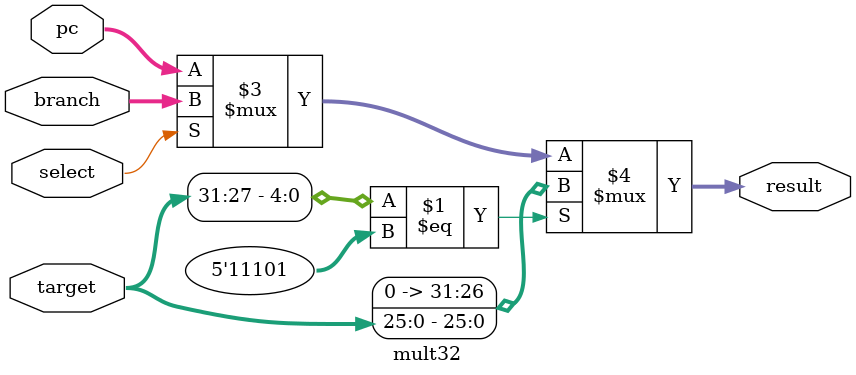
<source format=v>
`timescale 1ns / 1ps
module mult32(pc,branch,target,select,result);
	 input [31:0] pc;
    input [31:0] branch;
	 input [31:0] target;
	 input select;
    output [31:0] result;
	 //assign result=(select==1'b1)? branch:pc ;
	 assign result =(target[31:27]==5'b11101)?{4'b0,target[25:0]}:( (select==1'b1)? branch:pc );

endmodule

/*    input [31:0] pc;
    input [31:0] branch;
    input [31:0] target;
	 input select;
    output reg [31:0] result;
     
always@(select or pc or branch)
begin 
	
	if(select == 1'b1)begin
		result = branch;
		end
	else begin
		result = pc;
		end
end		
	

endmodule*/
</source>
